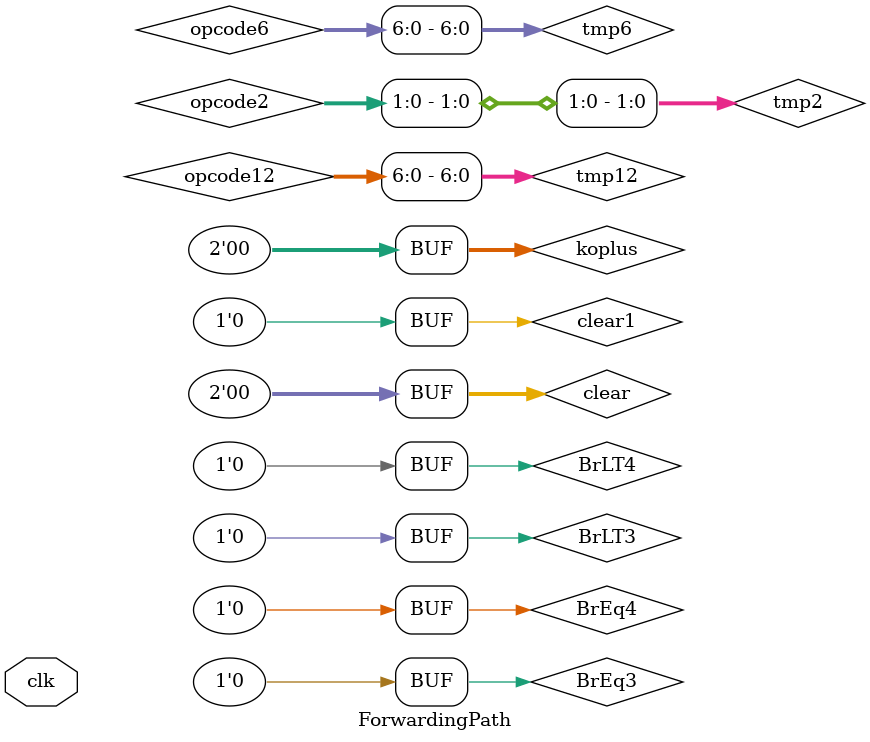
<source format=v>
`timescale 1ns/1ns
module ForwardingPath(clk);

input clk;
wire outPC;
wire outI;
wire[6:0] opcode2, opcode6, opcode10, opcode12;
wire[31:0] pc_in, pc_out, pc42, inst, imm_out, memsel_out, D, out1, out8, out9;
wire[31:0] tmp1, tmp2, tmp3, tmp4, tmp5, tmp6, tmp7, tmp8, tmp9, tmp10, tmp12;
wire[31:0] DataD, DataA, DataB, DataW, DataR;
wire[31:0] ALU_Out, ALU_In_1, ALU_In_2;
wire[31:0] mux31_out;
wire[24:0] imm_in;
wire[8:0] instrom1, instrom2, instrom3, instrom4, instrom5;
wire[4:0] AddrD, AddrA, AddrB;
wire[3:0] ALU_Sel1, ALU_Sel2, ALU_Sel3, ALU_Sel4;
wire[2:0] ImmSel1, MemSel1, ImmSel2, MemSel2, ImmSel3, MemSel3,ImmSel4, MemSel4;
wire[1:0] WBSel1, MemCtr1, WBSel2, MemCtr2, WBSel3, MemCtr3,WBSel4, MemCtr4;
wire[1:0] outA, outB, outC1,outC2,outC3, outD;
wire[1:0] clear;
wire[1:0] koplus;
wire clear1;
wire[2:0] type;
wire RegWEn1, BrEq1, BrLT1, PCSel1, BrUn1, ASel1, BSel1, MemRW1;
wire RegWEn2, BrEq2, BrLT2, PCSel2, BrUn2, ASel2, BSel2, MemRW2;
wire RegWEn3, BrEq3, BrLT3, PCSel3, BrUn3, ASel3, BSel3, MemRW3;
wire RegWEn4, BrEq4, BrLT4, PCSel4, BrUn4, ASel4, BSel4, MemRW4;
assign clear = 2'b00;
assign clear1 = 1'b0;
assign koplus = 2'b00;
assign opcode2 = tmp2[6:0];
assign opcode6 = tmp6[6:0];
assign opcode10 = tmp10[6:0];
assign opcode12 = tmp12[6:0];

//Forwarding control logic
fforwardCtrlab forwardCtrlab(outI, outA, outB, outC1, outC2, outC3, outD, outPC, tmp2, tmp6, tmp10, tmp12, type, BrEq2, BrLT2);

//Instruction fetch
pc pc(pc_out, out1, outI, clk);
//pc4 pc4(pc_in, out1);
mux21 PCmux(out1, outPC, ALU_Out, pc_out);
IMEM1 IMEM1(inst, out1);
Dff Dff1(tmp1, outC1, out1, tmp1, clk);
Dff Dff2(tmp2, outC1, inst, tmp2, clk);

//Instruction decode
assign AddrA = {tmp2[19:15]};
assign AddrB = {tmp2[24:20]};
assign instrom1 = {tmp2[30],tmp2[14:12],tmp2[6:2]};

register register(AddrD,AddrA,AddrB,DataD,RegWEn4,DataA,DataB,clk);
Dff Dff3(tmp3, outC2, tmp1, tmp3, clk);
Dff Dff4(tmp4, outC2, DataA, tmp4, clk);
Dff Dff5(tmp5, outC2, DataB, tmp5, clk);
Dff Dff6(tmp6, outC2, tmp2, tmp6, clk);	
Dffrom Dffrom1(instrom2, outC2, clear1, instrom1, instrom2, clk);

//Execute
assign imm_in = {tmp6[31:7]};
se se(imm_out,ImmSel2, imm_in);
mux21 muxA(ALU_In_1, ASel2, tmp3, out9); //pc, reg, dmem, wb
mux21 muxB(ALU_In_2, BSel2, imm_out, out8); // imm, reg, dmem, wb
mux31 mux311(D, outD, tmp5, DataD, tmp8);
mux31 mux312(out9, outA, tmp4, DataD, tmp8);
mux31 mux313(out8, outB, tmp5, DataD, tmp8);
branch branch(BrEq2, BrLT2, out9, out8, BrUn2);
alu alu(ALU_Out, ALU_Sel2, ALU_In_1, ALU_In_2);
Dff Dff7(tmp7, clear, tmp3, tmp7, clk);		//
Dff Dff8(tmp8, clear, ALU_Out, tmp8, clk);	//
Dff Dff9(tmp9, clear, D, tmp9, clk);		//
Dff Dff10(tmp10, clear, tmp6, tmp10, clk);	//
rom11 rom2(instrom2, BrEq2, BrLT2, PCSel2, ImmSel2, BrUn2, ASel2, BSel2, ALU_Sel2, MemRW2, RegWEn2, MemSel2, MemCtr2, WBSel2);
Dffrom Dffrom2(instrom3, outC2, outI, instrom2,instrom3, clk);

//Memory access
pc4 pc4_2(pc42, tmp7);
memctr memctr(DataW, MemCtr3, tmp9);
CacheModule1 CacheModule1(clk, tmp8, DataW, V, DataR);
memsel memsel(memsel_out, MemSel3, DataR);	
mux31 mux31(mux31_out, WBSel3, memsel_out, tmp8, pc42);
Dff Dff11(DataD, clear, mux31_out, DataD, clk);
Dff Dff13(tmp12, clear, tmp10, tmp12, clk);
Dff325 Dff12(AddrD, clear1, tmp10, clk);
assign BrEq3 = 1'b0;
assign BrLT3 = 1'b0;
rom11 rom3(instrom3,BrEq3, BrLT3, PCSel3, ImmSel3, BrUn3, ASel3, BSel3, ALU_Sel3, MemRW3, RegWEn3, MemSel3, MemCtr3, WBSel3);
Dffrom Dffrom3(instrom4, clear, outI, instrom3,instrom4, clk);	//

//Write back
assign BrEq4 = 1'b0;
assign BrLT4 = 1'b0;
rom12 rom4(instrom4, PCSel4, ImmSel4, BrUn4, ASel4, BSel4, ALU_Sel4, MemRW4, RegWEn4, MemSel4, MemCtr4, WBSel4);
Dffrom Dffrom4(instrom5, clear,clear1, instrom4, instrom5, clk);
endmodule

</source>
